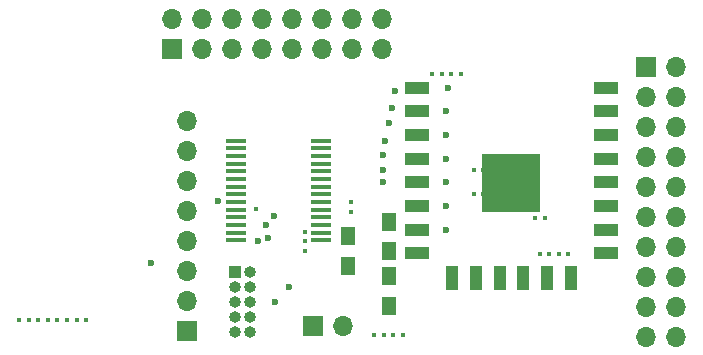
<source format=gbr>
G04 #@! TF.FileFunction,Soldermask,Top*
%FSLAX46Y46*%
G04 Gerber Fmt 4.6, Leading zero omitted, Abs format (unit mm)*
G04 Created by KiCad (PCBNEW 4.0.5+dfsg1-4) date Sat Sep  9 17:34:41 2017*
%MOMM*%
%LPD*%
G01*
G04 APERTURE LIST*
%ADD10C,0.100000*%
%ADD11C,0.381000*%
%ADD12R,2.000000X1.000000*%
%ADD13R,1.000000X2.000000*%
%ADD14R,5.000000X5.000000*%
%ADD15R,1.700000X1.700000*%
%ADD16O,1.700000X1.700000*%
%ADD17R,1.250000X1.500000*%
%ADD18R,1.750000X0.450000*%
%ADD19R,1.000000X1.000000*%
%ADD20O,1.000000X1.000000*%
%ADD21C,0.600000*%
G04 APERTURE END LIST*
D10*
D11*
X125404880Y-109758480D03*
X126222760Y-109758480D03*
X127863600Y-109783880D03*
X127045720Y-109783880D03*
X130286760Y-109804200D03*
X131104640Y-109804200D03*
X129463800Y-109778800D03*
X128645920Y-109778800D03*
X145500000Y-100400000D03*
X155500000Y-111000000D03*
X156300000Y-111000000D03*
X157100000Y-111000000D03*
X157900000Y-111000000D03*
X171100000Y-104200000D03*
X171900000Y-104200000D03*
X169500000Y-104200000D03*
X170300000Y-104200000D03*
X160400000Y-88900000D03*
X161200000Y-88900000D03*
X162000000Y-88900000D03*
X162800000Y-88900000D03*
X169100000Y-101100000D03*
X169900000Y-101100000D03*
X163900000Y-99100000D03*
X164700000Y-99100000D03*
X163900000Y-97100000D03*
X164700000Y-97100000D03*
X149600000Y-103900000D03*
X149600000Y-103100000D03*
X149600000Y-102300000D03*
D12*
X159100000Y-104100000D03*
X159100000Y-100100000D03*
X159100000Y-102100000D03*
X159100000Y-96100000D03*
X159100000Y-98100000D03*
X159100000Y-94100000D03*
X159100000Y-92100000D03*
X159100000Y-90100000D03*
D13*
X162100000Y-106200000D03*
X164100000Y-106200000D03*
X166100000Y-106200000D03*
X168100000Y-106200000D03*
X170100000Y-106200000D03*
X172100000Y-106200000D03*
D12*
X175100000Y-90100000D03*
X175100000Y-92100000D03*
X175100000Y-94100000D03*
X175100000Y-98100000D03*
X175100000Y-96100000D03*
X175100000Y-102100000D03*
X175100000Y-100100000D03*
X175100000Y-104100000D03*
D14*
X167100000Y-98200000D03*
D15*
X138400000Y-86800000D03*
D16*
X138400000Y-84260000D03*
X140940000Y-86800000D03*
X140940000Y-84260000D03*
X143480000Y-86800000D03*
X143480000Y-84260000D03*
X146020000Y-86800000D03*
X146020000Y-84260000D03*
X148560000Y-86800000D03*
X148560000Y-84260000D03*
X151100000Y-86800000D03*
X151100000Y-84260000D03*
X153640000Y-86800000D03*
X153640000Y-84260000D03*
X156180000Y-86800000D03*
X156180000Y-84260000D03*
D17*
X153300000Y-102650000D03*
X153300000Y-105150000D03*
X156700000Y-106050000D03*
X156700000Y-108550000D03*
X156700000Y-103950000D03*
X156700000Y-101450000D03*
D11*
X153500000Y-100600000D03*
X153500000Y-99800000D03*
D18*
X143800000Y-94575000D03*
X143800000Y-95225000D03*
X143800000Y-95875000D03*
X143800000Y-96525000D03*
X143800000Y-97175000D03*
X143800000Y-97825000D03*
X143800000Y-98475000D03*
X143800000Y-99125000D03*
X143800000Y-99775000D03*
X143800000Y-100425000D03*
X143800000Y-101075000D03*
X143800000Y-101725000D03*
X143800000Y-102375000D03*
X143800000Y-103025000D03*
X151000000Y-103025000D03*
X151000000Y-102375000D03*
X151000000Y-101725000D03*
X151000000Y-101075000D03*
X151000000Y-100425000D03*
X151000000Y-99775000D03*
X151000000Y-99125000D03*
X151000000Y-98475000D03*
X151000000Y-97825000D03*
X151000000Y-97175000D03*
X151000000Y-96525000D03*
X151000000Y-95875000D03*
X151000000Y-95225000D03*
X151000000Y-94575000D03*
D19*
X143700000Y-105700000D03*
D20*
X144970000Y-105700000D03*
X143700000Y-106970000D03*
X144970000Y-106970000D03*
X143700000Y-108240000D03*
X144970000Y-108240000D03*
X143700000Y-109510000D03*
X144970000Y-109510000D03*
X143700000Y-110780000D03*
X144970000Y-110780000D03*
D15*
X139600000Y-110700000D03*
D16*
X139600000Y-108160000D03*
X139600000Y-105620000D03*
X139600000Y-103080000D03*
X139600000Y-100540000D03*
X139600000Y-98000000D03*
X139600000Y-95460000D03*
X139600000Y-92920000D03*
D15*
X178500000Y-88300000D03*
D16*
X181040000Y-88300000D03*
X178500000Y-90840000D03*
X181040000Y-90840000D03*
X178500000Y-93380000D03*
X181040000Y-93380000D03*
X178500000Y-95920000D03*
X181040000Y-95920000D03*
X178500000Y-98460000D03*
X181040000Y-98460000D03*
X178500000Y-101000000D03*
X181040000Y-101000000D03*
X178500000Y-103540000D03*
X181040000Y-103540000D03*
X178500000Y-106080000D03*
X181040000Y-106080000D03*
X178500000Y-108620000D03*
X181040000Y-108620000D03*
X178500000Y-111160000D03*
X181040000Y-111160000D03*
D15*
X150300000Y-110300000D03*
D16*
X152840000Y-110300000D03*
D21*
X161600000Y-102100000D03*
X161600000Y-100100000D03*
X161600000Y-98100000D03*
X161600000Y-96100000D03*
X161600000Y-94100000D03*
X161600000Y-92100000D03*
X161700000Y-90100000D03*
X136575800Y-104937560D03*
X142265400Y-99664520D03*
X146502120Y-102809040D03*
X145648680Y-103068120D03*
X146304000Y-101727000D03*
X147050760Y-108234480D03*
X146974560Y-100949760D03*
X148254720Y-106969560D03*
X156200000Y-98100000D03*
X156200000Y-97100000D03*
X156200000Y-95800000D03*
X156400000Y-94600000D03*
X156700000Y-93100000D03*
X157000000Y-91800000D03*
X157200000Y-90400000D03*
M02*

</source>
